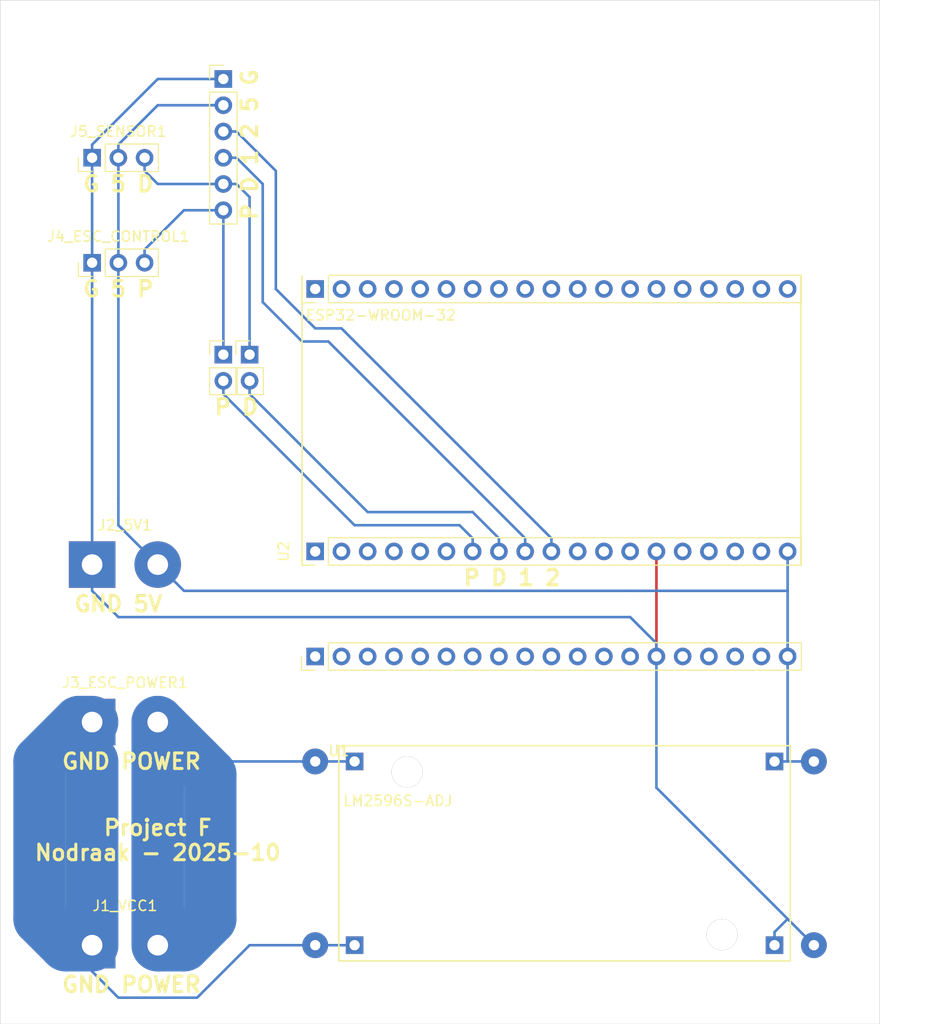
<source format=kicad_pcb>
(kicad_pcb (version 20171130) (host pcbnew 5.1.9+dfsg1-1~bpo10+1)

  (general
    (thickness 1.6)
    (drawings 13)
    (tracks 93)
    (zones 0)
    (modules 15)
    (nets 10)
  )

  (page A4)
  (layers
    (0 F.Cu signal)
    (31 B.Cu signal)
    (32 B.Adhes user)
    (33 F.Adhes user)
    (34 B.Paste user)
    (35 F.Paste user)
    (36 B.SilkS user)
    (37 F.SilkS user)
    (38 B.Mask user)
    (39 F.Mask user)
    (40 Dwgs.User user)
    (41 Cmts.User user)
    (42 Eco1.User user)
    (43 Eco2.User user)
    (44 Edge.Cuts user)
    (45 Margin user)
    (46 B.CrtYd user)
    (47 F.CrtYd user)
    (48 B.Fab user)
    (49 F.Fab user)
  )

  (setup
    (last_trace_width 0.25)
    (user_trace_width 5.08)
    (user_trace_width 7.62)
    (user_trace_width 10.16)
    (trace_clearance 0.2)
    (zone_clearance 0.508)
    (zone_45_only no)
    (trace_min 0.2)
    (via_size 0.8)
    (via_drill 0.4)
    (via_min_size 0.4)
    (via_min_drill 0.3)
    (uvia_size 0.3)
    (uvia_drill 0.1)
    (uvias_allowed no)
    (uvia_min_size 0.2)
    (uvia_min_drill 0.1)
    (edge_width 0.05)
    (segment_width 0.2)
    (pcb_text_width 0.3)
    (pcb_text_size 1.5 1.5)
    (mod_edge_width 0.12)
    (mod_text_size 1 1)
    (mod_text_width 0.15)
    (pad_size 1.7 1.7)
    (pad_drill 1)
    (pad_to_mask_clearance 0)
    (aux_axis_origin 0 0)
    (grid_origin 20.32 20.32)
    (visible_elements FFFFFF7F)
    (pcbplotparams
      (layerselection 0x010fc_ffffffff)
      (usegerberextensions false)
      (usegerberattributes true)
      (usegerberadvancedattributes true)
      (creategerberjobfile true)
      (excludeedgelayer true)
      (linewidth 2.000000)
      (plotframeref false)
      (viasonmask false)
      (mode 1)
      (useauxorigin false)
      (hpglpennumber 1)
      (hpglpenspeed 20)
      (hpglpendiameter 15.000000)
      (psnegative false)
      (psa4output false)
      (plotreference true)
      (plotvalue true)
      (plotinvisibletext false)
      (padsonsilk false)
      (subtractmaskfromsilk false)
      (outputformat 1)
      (mirror false)
      (drillshape 0)
      (scaleselection 1)
      (outputdirectory "out/"))
  )

  (net 0 "")
  (net 1 +VDC)
  (net 2 GND)
  (net 3 +5V)
  (net 4 /ESC_PWM)
  (net 5 /Sensor_signal)
  (net 6 "Net-(U1-Pad5)")
  (net 7 GNDPWR)
  (net 8 /Debug2)
  (net 9 /Debug1)

  (net_class Default "This is the default net class."
    (clearance 0.2)
    (trace_width 0.25)
    (via_dia 0.8)
    (via_drill 0.4)
    (uvia_dia 0.3)
    (uvia_drill 0.1)
    (add_net +5V)
    (add_net +VDC)
    (add_net /Debug1)
    (add_net /Debug2)
    (add_net /ESC_PWM)
    (add_net /Sensor_signal)
    (add_net GND)
    (add_net GNDPWR)
    (add_net "Net-(U1-Pad5)")
    (add_net "Net-(U2-Pad11)")
    (add_net "Net-(U2-Pad12)")
    (add_net "Net-(U2-Pad13)")
    (add_net "Net-(U2-Pad14)")
    (add_net "Net-(U2-Pad16)")
    (add_net "Net-(U2-Pad17)")
    (add_net "Net-(U2-Pad18)")
    (add_net "Net-(U2-Pad19)")
    (add_net "Net-(U2-Pad20)")
    (add_net "Net-(U2-Pad21)")
    (add_net "Net-(U2-Pad22)")
    (add_net "Net-(U2-Pad23)")
    (add_net "Net-(U2-Pad24)")
    (add_net "Net-(U2-Pad25)")
    (add_net "Net-(U2-Pad26)")
    (add_net "Net-(U2-Pad27)")
    (add_net "Net-(U2-Pad28)")
    (add_net "Net-(U2-Pad29)")
    (add_net "Net-(U2-Pad3)")
    (add_net "Net-(U2-Pad30)")
    (add_net "Net-(U2-Pad31)")
    (add_net "Net-(U2-Pad32)")
    (add_net "Net-(U2-Pad33)")
    (add_net "Net-(U2-Pad34)")
    (add_net "Net-(U2-Pad35)")
    (add_net "Net-(U2-Pad36)")
    (add_net "Net-(U2-Pad37)")
    (add_net "Net-(U2-Pad4)")
    (add_net "Net-(U2-Pad5)")
    (add_net "Net-(U2-Pad6)")
  )

  (module project-f:ESP32_DevkitC (layer F.Cu) (tedit 6910BC6B) (tstamp 6910CB26)
    (at 49.53 74.93 90)
    (path /69085F90)
    (fp_text reference U2 (at 1.27 -1.778 90) (layer F.SilkS)
      (effects (font (size 1 1) (thickness 0.15)))
    )
    (fp_text value ESP32-WROOM-32 (at 24.13 7.62) (layer F.SilkS)
      (effects (font (size 1 1) (thickness 0.15)))
    )
    (fp_text user %R (at 26.67 24.13) (layer F.Fab)
      (effects (font (size 1 1) (thickness 0.15)))
    )
    (fp_text user %R (at 1.27 24.13) (layer F.Fab)
      (effects (font (size 1 1) (thickness 0.15)))
    )
    (fp_line (start 0.635 0) (end 2.54 0) (layer F.Fab) (width 0.1))
    (fp_line (start -0.06 2.54) (end 2.6 2.54) (layer F.SilkS) (width 0.12))
    (fp_line (start 0 0.635) (end 0.635 0) (layer F.Fab) (width 0.1))
    (fp_line (start 3.07 -0.53) (end -0.53 -0.53) (layer F.CrtYd) (width 0.05))
    (fp_line (start 2.54 48.26) (end 0 48.26) (layer F.Fab) (width 0.1))
    (fp_line (start 2.54 0) (end 2.54 48.26) (layer F.Fab) (width 0.1))
    (fp_line (start -0.06 48.32) (end 2.6 48.32) (layer F.SilkS) (width 0.12))
    (fp_line (start 2.6 2.54) (end 2.6 48.32) (layer F.SilkS) (width 0.12))
    (fp_line (start 0 48.26) (end 0 0.635) (layer F.Fab) (width 0.1))
    (fp_line (start -0.06 -0.06) (end 1.27 -0.06) (layer F.SilkS) (width 0.12))
    (fp_line (start -0.06 1.27) (end -0.06 -0.06) (layer F.SilkS) (width 0.12))
    (fp_line (start -0.53 48.77) (end 3.07 48.77) (layer F.CrtYd) (width 0.05))
    (fp_line (start -0.53 -0.53) (end -0.53 48.77) (layer F.CrtYd) (width 0.05))
    (fp_line (start -0.06 2.54) (end -0.06 48.32) (layer F.SilkS) (width 0.12))
    (fp_line (start 3.07 48.77) (end 3.07 -0.53) (layer F.CrtYd) (width 0.05))
    (fp_line (start 26.035 0) (end 27.94 0) (layer F.Fab) (width 0.1))
    (fp_line (start 25.34 2.54) (end 28 2.54) (layer F.SilkS) (width 0.12))
    (fp_line (start 25.4 0.635) (end 26.035 0) (layer F.Fab) (width 0.1))
    (fp_line (start 28.47 -0.53) (end 24.87 -0.53) (layer F.CrtYd) (width 0.05))
    (fp_line (start 27.94 48.26) (end 25.4 48.26) (layer F.Fab) (width 0.1))
    (fp_line (start 27.94 0) (end 27.94 48.26) (layer F.Fab) (width 0.1))
    (fp_line (start 25.34 48.32) (end 28 48.32) (layer F.SilkS) (width 0.12))
    (fp_line (start 28 2.54) (end 28 48.32) (layer F.SilkS) (width 0.12))
    (fp_line (start 25.4 48.26) (end 25.4 0.635) (layer F.Fab) (width 0.1))
    (fp_line (start 25.34 -0.06) (end 26.67 -0.06) (layer F.SilkS) (width 0.12))
    (fp_line (start 25.34 1.27) (end 25.34 -0.06) (layer F.SilkS) (width 0.12))
    (fp_line (start 24.87 48.77) (end 28.47 48.77) (layer F.CrtYd) (width 0.05))
    (fp_line (start 24.87 -0.53) (end 24.87 48.77) (layer F.CrtYd) (width 0.05))
    (fp_line (start 25.34 2.54) (end 25.34 48.32) (layer F.SilkS) (width 0.12))
    (fp_line (start 28.47 48.77) (end 28.47 -0.53) (layer F.CrtYd) (width 0.05))
    (fp_line (start 0 0) (end 27.94 0) (layer F.SilkS) (width 0.15))
    (fp_line (start 27.94 48.26) (end 0 48.26) (layer F.SilkS) (width 0.15))
    (pad 31 thru_hole oval (at 26.67 19.05 90) (size 1.7 1.7) (drill 1) (layers *.Cu *.Mask))
    (pad 33 thru_hole oval (at 26.67 13.97 90) (size 1.7 1.7) (drill 1) (layers *.Cu *.Mask))
    (pad 32 thru_hole oval (at 26.67 16.51 90) (size 1.7 1.7) (drill 1) (layers *.Cu *.Mask))
    (pad 35 thru_hole oval (at 26.67 8.89 90) (size 1.7 1.7) (drill 1) (layers *.Cu *.Mask))
    (pad 24 thru_hole oval (at 26.67 36.83 90) (size 1.7 1.7) (drill 1) (layers *.Cu *.Mask))
    (pad 22 thru_hole oval (at 26.67 41.91 90) (size 1.7 1.7) (drill 1) (layers *.Cu *.Mask))
    (pad 28 thru_hole oval (at 26.67 26.67 90) (size 1.7 1.7) (drill 1) (layers *.Cu *.Mask))
    (pad 25 thru_hole oval (at 26.67 34.29 90) (size 1.7 1.7) (drill 1) (layers *.Cu *.Mask))
    (pad 36 thru_hole oval (at 26.67 6.35 90) (size 1.7 1.7) (drill 1) (layers *.Cu *.Mask))
    (pad 27 thru_hole oval (at 26.67 29.21 90) (size 1.7 1.7) (drill 1) (layers *.Cu *.Mask))
    (pad 29 thru_hole oval (at 26.67 24.13 90) (size 1.7 1.7) (drill 1) (layers *.Cu *.Mask))
    (pad 30 thru_hole oval (at 26.67 21.59 90) (size 1.7 1.7) (drill 1) (layers *.Cu *.Mask))
    (pad 37 thru_hole oval (at 26.67 3.81 90) (size 1.7 1.7) (drill 1) (layers *.Cu *.Mask))
    (pad 21 thru_hole oval (at 26.67 44.45 90) (size 1.7 1.7) (drill 1) (layers *.Cu *.Mask))
    (pad 20 thru_hole oval (at 26.67 46.99 90) (size 1.7 1.7) (drill 1) (layers *.Cu *.Mask))
    (pad 23 thru_hole oval (at 26.67 39.37 90) (size 1.7 1.7) (drill 1) (layers *.Cu *.Mask))
    (pad 26 thru_hole oval (at 26.67 31.75 90) (size 1.7 1.7) (drill 1) (layers *.Cu *.Mask))
    (pad 38 thru_hole rect (at 26.67 1.27 90) (size 1.7 1.7) (drill 1) (layers *.Cu *.Mask)
      (net 2 GND))
    (pad 34 thru_hole oval (at 26.67 11.43 90) (size 1.7 1.7) (drill 1) (layers *.Cu *.Mask))
    (pad 9 thru_hole oval (at 1.27 19.05 90) (size 1.7 1.7) (drill 1) (layers *.Cu *.Mask)
      (net 5 /Sensor_signal))
    (pad 6 thru_hole oval (at 1.27 13.97 90) (size 1.7 1.7) (drill 1) (layers *.Cu *.Mask))
    (pad 8 thru_hole oval (at 1.27 16.51 90) (size 1.7 1.7) (drill 1) (layers *.Cu *.Mask)
      (net 4 /ESC_PWM))
    (pad 4 thru_hole oval (at 1.27 8.89 90) (size 1.7 1.7) (drill 1) (layers *.Cu *.Mask))
    (pad 15 thru_hole oval (at 1.27 36.83 90) (size 1.7 1.7) (drill 1) (layers *.Cu *.Mask)
      (net 2 GND))
    (pad 17 thru_hole oval (at 1.27 41.91 90) (size 1.7 1.7) (drill 1) (layers *.Cu *.Mask))
    (pad 11 thru_hole oval (at 1.27 26.67 90) (size 1.7 1.7) (drill 1) (layers *.Cu *.Mask))
    (pad 1 thru_hole oval (at 1.27 34.29 90) (size 1.7 1.7) (drill 1) (layers *.Cu *.Mask)
      (net 2 GND))
    (pad 3 thru_hole oval (at 1.27 6.35 90) (size 1.7 1.7) (drill 1) (layers *.Cu *.Mask))
    (pad 12 thru_hole oval (at 1.27 29.21 90) (size 1.7 1.7) (drill 1) (layers *.Cu *.Mask))
    (pad 10 thru_hole oval (at 1.27 24.13 90) (size 1.7 1.7) (drill 1) (layers *.Cu *.Mask)
      (net 8 /Debug2))
    (pad 7 thru_hole oval (at 1.27 21.59 90) (size 1.7 1.7) (drill 1) (layers *.Cu *.Mask)
      (net 9 /Debug1))
    (pad 19 thru_hole oval (at 1.27 3.81 90) (size 1.7 1.7) (drill 1) (layers *.Cu *.Mask))
    (pad 18 thru_hole oval (at 1.27 44.45 90) (size 1.7 1.7) (drill 1) (layers *.Cu *.Mask))
    (pad 2 thru_hole oval (at 1.27 46.99 90) (size 1.7 1.7) (drill 1) (layers *.Cu *.Mask)
      (net 3 +5V))
    (pad 16 thru_hole oval (at 1.27 39.37 90) (size 1.7 1.7) (drill 1) (layers *.Cu *.Mask))
    (pad 13 thru_hole oval (at 1.27 31.75 90) (size 1.7 1.7) (drill 1) (layers *.Cu *.Mask))
    (pad 14 thru_hole rect (at 1.27 1.27 90) (size 1.7 1.7) (drill 1) (layers *.Cu *.Mask))
    (pad 5 thru_hole oval (at 1.27 11.43 90) (size 1.7 1.7) (drill 1) (layers *.Cu *.Mask))
  )

  (module project-f:AZ-LM2596S (layer F.Cu) (tedit 6910BC85) (tstamp 6910CD12)
    (at 53.086 92.456)
    (path /690579E8)
    (fp_text reference U1 (at 0 0.5) (layer F.SilkS)
      (effects (font (size 1 1) (thickness 0.15)))
    )
    (fp_text value LM2596S-ADJ (at 5.715 5.334) (layer F.SilkS)
      (effects (font (size 1 1) (thickness 0.15)))
    )
    (fp_line (start 0 20.828) (end 0 0) (layer F.SilkS) (width 0.15))
    (fp_line (start 43.688 20.828) (end 0 20.828) (layer F.SilkS) (width 0.15))
    (fp_line (start 43.688 0) (end 43.688 20.828) (layer F.SilkS) (width 0.15))
    (fp_line (start 0 0) (end 43.688 0) (layer F.SilkS) (width 0.15))
    (pad 5 thru_hole circle (at 37.084 18.288) (size 3 3) (drill 3) (layers *.Cu *.Mask)
      (net 6 "Net-(U1-Pad5)"))
    (pad 5 thru_hole circle (at 6.604 2.54) (size 3 3) (drill 3) (layers *.Cu *.Mask)
      (net 6 "Net-(U1-Pad5)"))
    (pad 2 thru_hole rect (at 42.164 19.304) (size 1.7 1.7) (drill 1) (layers *.Cu *.Mask)
      (net 2 GND))
    (pad 4 thru_hole rect (at 42.164 1.524) (size 1.7 1.7) (drill 1) (layers *.Cu *.Mask)
      (net 3 +5V))
    (pad 1 thru_hole rect (at 1.524 1.524) (size 1.7 1.7) (drill 1) (layers *.Cu *.Mask)
      (net 1 +VDC))
    (pad 3 thru_hole rect (at 1.524 19.304) (size 1.7 1.7) (drill 1) (layers *.Cu *.Mask)
      (net 7 GNDPWR))
  )

  (module Connector_PinHeader_2.54mm:PinHeader_1x02_P2.54mm_Vertical (layer F.Cu) (tedit 690128B1) (tstamp 690136C7)
    (at 44.45 54.61)
    (descr "Through hole straight pin header, 1x02, 2.54mm pitch, single row")
    (tags "Through hole pin header THT 1x02 2.54mm single row")
    (fp_text reference REF** (at 0 -2.33) (layer F.SilkS) hide
      (effects (font (size 1 1) (thickness 0.15)))
    )
    (fp_text value PinHeader_1x02_P2.54mm_Vertical (at 0 4.87) (layer F.Fab)
      (effects (font (size 1 1) (thickness 0.15)))
    )
    (fp_line (start -0.635 -1.27) (end 1.27 -1.27) (layer F.Fab) (width 0.1))
    (fp_line (start 1.27 -1.27) (end 1.27 3.81) (layer F.Fab) (width 0.1))
    (fp_line (start 1.27 3.81) (end -1.27 3.81) (layer F.Fab) (width 0.1))
    (fp_line (start -1.27 3.81) (end -1.27 -0.635) (layer F.Fab) (width 0.1))
    (fp_line (start -1.27 -0.635) (end -0.635 -1.27) (layer F.Fab) (width 0.1))
    (fp_line (start -1.33 3.87) (end 1.33 3.87) (layer F.SilkS) (width 0.12))
    (fp_line (start -1.33 1.27) (end -1.33 3.87) (layer F.SilkS) (width 0.12))
    (fp_line (start 1.33 1.27) (end 1.33 3.87) (layer F.SilkS) (width 0.12))
    (fp_line (start -1.33 1.27) (end 1.33 1.27) (layer F.SilkS) (width 0.12))
    (fp_line (start -1.33 0) (end -1.33 -1.33) (layer F.SilkS) (width 0.12))
    (fp_line (start -1.33 -1.33) (end 0 -1.33) (layer F.SilkS) (width 0.12))
    (fp_line (start -1.8 -1.8) (end -1.8 4.35) (layer F.CrtYd) (width 0.05))
    (fp_line (start -1.8 4.35) (end 1.8 4.35) (layer F.CrtYd) (width 0.05))
    (fp_line (start 1.8 4.35) (end 1.8 -1.8) (layer F.CrtYd) (width 0.05))
    (fp_line (start 1.8 -1.8) (end -1.8 -1.8) (layer F.CrtYd) (width 0.05))
    (fp_text user %R (at 0 1.27 90) (layer F.Fab)
      (effects (font (size 1 1) (thickness 0.15)))
    )
    (pad 1 thru_hole rect (at 0 0) (size 1.7 1.7) (drill 1) (layers *.Cu *.Mask)
      (net 5 /Sensor_signal))
    (pad 2 thru_hole oval (at 0 2.54) (size 1.7 1.7) (drill 1) (layers *.Cu *.Mask)
      (net 5 /Sensor_signal))
    (model ${KISYS3DMOD}/Connector_PinHeader_2.54mm.3dshapes/PinHeader_1x02_P2.54mm_Vertical.wrl
      (at (xyz 0 0 0))
      (scale (xyz 1 1 1))
      (rotate (xyz 0 0 0))
    )
  )

  (module Connector_PinHeader_2.54mm:PinHeader_1x02_P2.54mm_Vertical (layer F.Cu) (tedit 690128AD) (tstamp 690136C0)
    (at 41.91 54.61)
    (descr "Through hole straight pin header, 1x02, 2.54mm pitch, single row")
    (tags "Through hole pin header THT 1x02 2.54mm single row")
    (fp_text reference REF** (at 0 -2.33) (layer F.SilkS) hide
      (effects (font (size 1 1) (thickness 0.15)))
    )
    (fp_text value PinHeader_1x02_P2.54mm_Vertical (at 0 4.87) (layer F.Fab)
      (effects (font (size 1 1) (thickness 0.15)))
    )
    (fp_line (start 1.8 -1.8) (end -1.8 -1.8) (layer F.CrtYd) (width 0.05))
    (fp_line (start 1.8 4.35) (end 1.8 -1.8) (layer F.CrtYd) (width 0.05))
    (fp_line (start -1.8 4.35) (end 1.8 4.35) (layer F.CrtYd) (width 0.05))
    (fp_line (start -1.8 -1.8) (end -1.8 4.35) (layer F.CrtYd) (width 0.05))
    (fp_line (start -1.33 -1.33) (end 0 -1.33) (layer F.SilkS) (width 0.12))
    (fp_line (start -1.33 0) (end -1.33 -1.33) (layer F.SilkS) (width 0.12))
    (fp_line (start -1.33 1.27) (end 1.33 1.27) (layer F.SilkS) (width 0.12))
    (fp_line (start 1.33 1.27) (end 1.33 3.87) (layer F.SilkS) (width 0.12))
    (fp_line (start -1.33 1.27) (end -1.33 3.87) (layer F.SilkS) (width 0.12))
    (fp_line (start -1.33 3.87) (end 1.33 3.87) (layer F.SilkS) (width 0.12))
    (fp_line (start -1.27 -0.635) (end -0.635 -1.27) (layer F.Fab) (width 0.1))
    (fp_line (start -1.27 3.81) (end -1.27 -0.635) (layer F.Fab) (width 0.1))
    (fp_line (start 1.27 3.81) (end -1.27 3.81) (layer F.Fab) (width 0.1))
    (fp_line (start 1.27 -1.27) (end 1.27 3.81) (layer F.Fab) (width 0.1))
    (fp_line (start -0.635 -1.27) (end 1.27 -1.27) (layer F.Fab) (width 0.1))
    (fp_text user %R (at 0 1.27 90) (layer F.Fab)
      (effects (font (size 1 1) (thickness 0.15)))
    )
    (pad 2 thru_hole oval (at 0 2.54) (size 1.7 1.7) (drill 1) (layers *.Cu *.Mask)
      (net 4 /ESC_PWM))
    (pad 1 thru_hole rect (at 0 0) (size 1.7 1.7) (drill 1) (layers *.Cu *.Mask)
      (net 4 /ESC_PWM))
    (model ${KISYS3DMOD}/Connector_PinHeader_2.54mm.3dshapes/PinHeader_1x02_P2.54mm_Vertical.wrl
      (at (xyz 0 0 0))
      (scale (xyz 1 1 1))
      (rotate (xyz 0 0 0))
    )
  )

  (module Connector_PinHeader_2.54mm:PinHeader_1x06_P2.54mm_Vertical (layer F.Cu) (tedit 69012962) (tstamp 69012E5C)
    (at 41.91 27.94)
    (descr "Through hole straight pin header, 1x06, 2.54mm pitch, single row")
    (tags "Through hole pin header THT 1x06 2.54mm single row")
    (fp_text reference REF** (at 0 -2.33) (layer F.SilkS) hide
      (effects (font (size 1 1) (thickness 0.15)))
    )
    (fp_text value PinHeader_1x06_P2.54mm_Vertical (at 0 15.03) (layer F.Fab)
      (effects (font (size 1 1) (thickness 0.15)))
    )
    (fp_line (start 1.8 -1.8) (end -1.8 -1.8) (layer F.CrtYd) (width 0.05))
    (fp_line (start 1.8 14.5) (end 1.8 -1.8) (layer F.CrtYd) (width 0.05))
    (fp_line (start -1.8 14.5) (end 1.8 14.5) (layer F.CrtYd) (width 0.05))
    (fp_line (start -1.8 -1.8) (end -1.8 14.5) (layer F.CrtYd) (width 0.05))
    (fp_line (start -1.33 -1.33) (end 0 -1.33) (layer F.SilkS) (width 0.12))
    (fp_line (start -1.33 0) (end -1.33 -1.33) (layer F.SilkS) (width 0.12))
    (fp_line (start -1.33 1.27) (end 1.33 1.27) (layer F.SilkS) (width 0.12))
    (fp_line (start 1.33 1.27) (end 1.33 14.03) (layer F.SilkS) (width 0.12))
    (fp_line (start -1.33 1.27) (end -1.33 14.03) (layer F.SilkS) (width 0.12))
    (fp_line (start -1.33 14.03) (end 1.33 14.03) (layer F.SilkS) (width 0.12))
    (fp_line (start -1.27 -0.635) (end -0.635 -1.27) (layer F.Fab) (width 0.1))
    (fp_line (start -1.27 13.97) (end -1.27 -0.635) (layer F.Fab) (width 0.1))
    (fp_line (start 1.27 13.97) (end -1.27 13.97) (layer F.Fab) (width 0.1))
    (fp_line (start 1.27 -1.27) (end 1.27 13.97) (layer F.Fab) (width 0.1))
    (fp_line (start -0.635 -1.27) (end 1.27 -1.27) (layer F.Fab) (width 0.1))
    (fp_text user %R (at 0 6.35 90) (layer F.Fab)
      (effects (font (size 1 1) (thickness 0.15)))
    )
    (pad 6 thru_hole oval (at 0 12.7) (size 1.7 1.7) (drill 1) (layers *.Cu *.Mask)
      (net 4 /ESC_PWM))
    (pad 5 thru_hole oval (at 0 10.16) (size 1.7 1.7) (drill 1) (layers *.Cu *.Mask)
      (net 5 /Sensor_signal))
    (pad 4 thru_hole oval (at 0 7.62) (size 1.7 1.7) (drill 1) (layers *.Cu *.Mask)
      (net 9 /Debug1))
    (pad 3 thru_hole oval (at 0 5.08) (size 1.7 1.7) (drill 1) (layers *.Cu *.Mask)
      (net 8 /Debug2))
    (pad 2 thru_hole oval (at 0 2.54) (size 1.7 1.7) (drill 1) (layers *.Cu *.Mask)
      (net 3 +5V))
    (pad 1 thru_hole rect (at 0 0) (size 1.7 1.7) (drill 1) (layers *.Cu *.Mask)
      (net 2 GND))
    (model ${KISYS3DMOD}/Connector_PinHeader_2.54mm.3dshapes/PinHeader_1x06_P2.54mm_Vertical.wrl
      (at (xyz 0 0 0))
      (scale (xyz 1 1 1))
      (rotate (xyz 0 0 0))
    )
  )

  (module Connector_Wire:SolderWirePad_1x01_Drill1mm (layer F.Cu) (tedit 690122EC) (tstamp 690127AD)
    (at 99.06 93.98)
    (descr "Wire solder connection")
    (tags connector)
    (attr virtual)
    (fp_text reference REF** (at 0 -3.81) (layer F.SilkS) hide
      (effects (font (size 1 1) (thickness 0.15)))
    )
    (fp_text value SolderWirePad_1x01_Drill1mm (at 0 3.175) (layer F.Fab)
      (effects (font (size 1 1) (thickness 0.15)))
    )
    (fp_line (start 1.75 1.75) (end -1.75 1.75) (layer F.CrtYd) (width 0.05))
    (fp_line (start 1.75 1.75) (end 1.75 -1.75) (layer F.CrtYd) (width 0.05))
    (fp_line (start -1.75 -1.75) (end -1.75 1.75) (layer F.CrtYd) (width 0.05))
    (fp_line (start -1.75 -1.75) (end 1.75 -1.75) (layer F.CrtYd) (width 0.05))
    (fp_text user %R (at 0 0) (layer F.Fab)
      (effects (font (size 1 1) (thickness 0.15)))
    )
    (pad 1 thru_hole circle (at 0 0) (size 2.49936 2.49936) (drill 1.00076) (layers *.Cu *.Mask)
      (net 3 +5V))
  )

  (module Connector_Wire:SolderWirePad_1x01_Drill1mm (layer F.Cu) (tedit 6901230D) (tstamp 6901279B)
    (at 99.06 111.76)
    (descr "Wire solder connection")
    (tags connector)
    (attr virtual)
    (fp_text reference REF** (at 0 -3.81) (layer F.SilkS) hide
      (effects (font (size 1 1) (thickness 0.15)))
    )
    (fp_text value SolderWirePad_1x01_Drill1mm (at 0 3.175) (layer F.Fab)
      (effects (font (size 1 1) (thickness 0.15)))
    )
    (fp_line (start -1.75 -1.75) (end 1.75 -1.75) (layer F.CrtYd) (width 0.05))
    (fp_line (start -1.75 -1.75) (end -1.75 1.75) (layer F.CrtYd) (width 0.05))
    (fp_line (start 1.75 1.75) (end 1.75 -1.75) (layer F.CrtYd) (width 0.05))
    (fp_line (start 1.75 1.75) (end -1.75 1.75) (layer F.CrtYd) (width 0.05))
    (fp_text user %R (at 0 0) (layer F.Fab)
      (effects (font (size 1 1) (thickness 0.15)))
    )
    (pad 1 thru_hole circle (at 0 0) (size 2.49936 2.49936) (drill 1.00076) (layers *.Cu *.Mask)
      (net 2 GND))
  )

  (module Connector_Wire:SolderWirePad_1x01_Drill1mm (layer F.Cu) (tedit 690123A9) (tstamp 69012799)
    (at 50.8 111.76)
    (descr "Wire solder connection")
    (tags connector)
    (attr virtual)
    (fp_text reference REF** (at 0 -3.81) (layer F.SilkS) hide
      (effects (font (size 1 1) (thickness 0.15)))
    )
    (fp_text value SolderWirePad_1x01_Drill1mm (at 0 3.175) (layer F.Fab)
      (effects (font (size 1 1) (thickness 0.15)))
    )
    (fp_line (start 1.75 1.75) (end -1.75 1.75) (layer F.CrtYd) (width 0.05))
    (fp_line (start 1.75 1.75) (end 1.75 -1.75) (layer F.CrtYd) (width 0.05))
    (fp_line (start -1.75 -1.75) (end -1.75 1.75) (layer F.CrtYd) (width 0.05))
    (fp_line (start -1.75 -1.75) (end 1.75 -1.75) (layer F.CrtYd) (width 0.05))
    (fp_text user %R (at 0 0) (layer F.Fab)
      (effects (font (size 1 1) (thickness 0.15)))
    )
    (pad 1 thru_hole circle (at 0 0) (size 2.49936 2.49936) (drill 1.00076) (layers *.Cu *.Mask)
      (net 7 GNDPWR))
  )

  (module Connector_Wire:SolderWirePad_1x01_Drill1mm (layer F.Cu) (tedit 6901238D) (tstamp 69012774)
    (at 50.8 93.98)
    (descr "Wire solder connection")
    (tags connector)
    (attr virtual)
    (fp_text reference REF** (at 0 -3.81) (layer F.SilkS) hide
      (effects (font (size 1 1) (thickness 0.15)))
    )
    (fp_text value SolderWirePad_1x01_Drill1mm (at 0 -2.54) (layer F.Fab)
      (effects (font (size 1 1) (thickness 0.15)))
    )
    (fp_line (start 1.75 1.75) (end -1.75 1.75) (layer F.CrtYd) (width 0.05))
    (fp_line (start 1.75 1.75) (end 1.75 -1.75) (layer F.CrtYd) (width 0.05))
    (fp_line (start -1.75 -1.75) (end -1.75 1.75) (layer F.CrtYd) (width 0.05))
    (fp_line (start -1.75 -1.75) (end 1.75 -1.75) (layer F.CrtYd) (width 0.05))
    (fp_text user %R (at 0 0) (layer F.Fab)
      (effects (font (size 1 1) (thickness 0.15)))
    )
    (pad 1 thru_hole circle (at 0 0) (size 2.49936 2.49936) (drill 1.00076) (layers *.Cu *.Mask)
      (net 1 +VDC))
  )

  (module Connector_PinHeader_2.54mm:PinHeader_1x19_P2.54mm_Vertical (layer F.Cu) (tedit 68FFED39) (tstamp 6900850D)
    (at 50.8 83.82 90)
    (descr "Through hole straight pin header, 1x19, 2.54mm pitch, single row")
    (tags "Through hole pin header THT 1x19 2.54mm single row")
    (fp_text reference REF** (at 0 -2.33 90) (layer F.SilkS) hide
      (effects (font (size 1 1) (thickness 0.15)))
    )
    (fp_text value PinHeader_1x19_P2.54mm_Vertical (at 0 48.05 90) (layer F.Fab)
      (effects (font (size 1 1) (thickness 0.15)))
    )
    (fp_line (start 1.8 -1.8) (end -1.8 -1.8) (layer F.CrtYd) (width 0.05))
    (fp_line (start 1.8 47.5) (end 1.8 -1.8) (layer F.CrtYd) (width 0.05))
    (fp_line (start -1.8 47.5) (end 1.8 47.5) (layer F.CrtYd) (width 0.05))
    (fp_line (start -1.8 -1.8) (end -1.8 47.5) (layer F.CrtYd) (width 0.05))
    (fp_line (start -1.33 -1.33) (end 0 -1.33) (layer F.SilkS) (width 0.12))
    (fp_line (start -1.33 0) (end -1.33 -1.33) (layer F.SilkS) (width 0.12))
    (fp_line (start -1.33 1.27) (end 1.33 1.27) (layer F.SilkS) (width 0.12))
    (fp_line (start 1.33 1.27) (end 1.33 47.05) (layer F.SilkS) (width 0.12))
    (fp_line (start -1.33 1.27) (end -1.33 47.05) (layer F.SilkS) (width 0.12))
    (fp_line (start -1.33 47.05) (end 1.33 47.05) (layer F.SilkS) (width 0.12))
    (fp_line (start -1.27 -0.635) (end -0.635 -1.27) (layer F.Fab) (width 0.1))
    (fp_line (start -1.27 46.99) (end -1.27 -0.635) (layer F.Fab) (width 0.1))
    (fp_line (start 1.27 46.99) (end -1.27 46.99) (layer F.Fab) (width 0.1))
    (fp_line (start 1.27 -1.27) (end 1.27 46.99) (layer F.Fab) (width 0.1))
    (fp_line (start -0.635 -1.27) (end 1.27 -1.27) (layer F.Fab) (width 0.1))
    (fp_text user %R (at 0 22.86) (layer F.Fab)
      (effects (font (size 1 1) (thickness 0.15)))
    )
    (pad 19 thru_hole oval (at 0 45.72 90) (size 1.7 1.7) (drill 1) (layers *.Cu *.Mask)
      (net 3 +5V))
    (pad 18 thru_hole oval (at 0 43.18 90) (size 1.7 1.7) (drill 1) (layers *.Cu *.Mask))
    (pad 17 thru_hole oval (at 0 40.64 90) (size 1.7 1.7) (drill 1) (layers *.Cu *.Mask))
    (pad 16 thru_hole oval (at 0 38.1 90) (size 1.7 1.7) (drill 1) (layers *.Cu *.Mask))
    (pad 15 thru_hole oval (at 0 35.56 90) (size 1.7 1.7) (drill 1) (layers *.Cu *.Mask))
    (pad 14 thru_hole oval (at 0 33.02 90) (size 1.7 1.7) (drill 1) (layers *.Cu *.Mask)
      (net 2 GND))
    (pad 13 thru_hole oval (at 0 30.48 90) (size 1.7 1.7) (drill 1) (layers *.Cu *.Mask))
    (pad 12 thru_hole oval (at 0 27.94 90) (size 1.7 1.7) (drill 1) (layers *.Cu *.Mask))
    (pad 11 thru_hole oval (at 0 25.4 90) (size 1.7 1.7) (drill 1) (layers *.Cu *.Mask))
    (pad 10 thru_hole oval (at 0 22.86 90) (size 1.7 1.7) (drill 1) (layers *.Cu *.Mask))
    (pad 9 thru_hole oval (at 0 20.32 90) (size 1.7 1.7) (drill 1) (layers *.Cu *.Mask))
    (pad 8 thru_hole oval (at 0 17.78 90) (size 1.7 1.7) (drill 1) (layers *.Cu *.Mask))
    (pad 7 thru_hole oval (at 0 15.24 90) (size 1.7 1.7) (drill 1) (layers *.Cu *.Mask))
    (pad 6 thru_hole oval (at 0 12.7 90) (size 1.7 1.7) (drill 1) (layers *.Cu *.Mask))
    (pad 5 thru_hole oval (at 0 10.16 90) (size 1.7 1.7) (drill 1) (layers *.Cu *.Mask))
    (pad 4 thru_hole oval (at 0 7.62 90) (size 1.7 1.7) (drill 1) (layers *.Cu *.Mask))
    (pad 3 thru_hole oval (at 0 5.08 90) (size 1.7 1.7) (drill 1) (layers *.Cu *.Mask))
    (pad 2 thru_hole oval (at 0 2.54 90) (size 1.7 1.7) (drill 1) (layers *.Cu *.Mask))
    (pad 1 thru_hole rect (at 0 0 90) (size 1.7 1.7) (drill 1) (layers *.Cu *.Mask))
    (model ${KISYS3DMOD}/Connector_PinHeader_2.54mm.3dshapes/PinHeader_1x19_P2.54mm_Vertical.wrl
      (at (xyz 0 0 0))
      (scale (xyz 1 1 1))
      (rotate (xyz 0 0 0))
    )
  )

  (module Connector_Wire:SolderWirePad_1x02_P7.62mm_Drill2mm (layer F.Cu) (tedit 5AEE5F3D) (tstamp 69003175)
    (at 29.21 111.76)
    (descr "Wire solder connection")
    (tags connector)
    (path /6900724F)
    (attr virtual)
    (fp_text reference J1_VCC1 (at 3.175 -3.81) (layer F.SilkS)
      (effects (font (size 1 1) (thickness 0.15)))
    )
    (fp_text value Conn_01x02 (at 3.175 3.81) (layer F.Fab)
      (effects (font (size 1 1) (thickness 0.15)))
    )
    (fp_line (start 9.09 2.75) (end -2.75 2.75) (layer F.CrtYd) (width 0.05))
    (fp_line (start 9.09 2.75) (end 9.09 -2.75) (layer F.CrtYd) (width 0.05))
    (fp_line (start -2.75 -2.75) (end -2.75 2.75) (layer F.CrtYd) (width 0.05))
    (fp_line (start -2.75 -2.75) (end 9.09 -2.75) (layer F.CrtYd) (width 0.05))
    (pad 2 thru_hole circle (at 6.35 0) (size 4.50088 4.50088) (drill 1.99898) (layers *.Cu *.Mask)
      (net 1 +VDC))
    (pad 1 thru_hole rect (at 0 0) (size 4.50088 4.50088) (drill 1.99898) (layers *.Cu *.Mask)
      (net 7 GNDPWR))
  )

  (module Connector_PinHeader_2.54mm:PinHeader_1x03_P2.54mm_Vertical (layer F.Cu) (tedit 68FFF255) (tstamp 6901297C)
    (at 29.21 35.56 90)
    (descr "Through hole straight pin header, 1x03, 2.54mm pitch, single row")
    (tags "Through hole pin header THT 1x03 2.54mm single row")
    (path /69008261)
    (fp_text reference J5_SENSOR1 (at 2.54 2.54 180) (layer F.SilkS)
      (effects (font (size 1 1) (thickness 0.15)))
    )
    (fp_text value Conn_01x03 (at 0 7.41 90) (layer F.Fab)
      (effects (font (size 1 1) (thickness 0.15)))
    )
    (fp_line (start 1.8 -1.8) (end -1.8 -1.8) (layer F.CrtYd) (width 0.05))
    (fp_line (start 1.8 6.85) (end 1.8 -1.8) (layer F.CrtYd) (width 0.05))
    (fp_line (start -1.8 6.85) (end 1.8 6.85) (layer F.CrtYd) (width 0.05))
    (fp_line (start -1.8 -1.8) (end -1.8 6.85) (layer F.CrtYd) (width 0.05))
    (fp_line (start -1.33 -1.33) (end 0 -1.33) (layer F.SilkS) (width 0.12))
    (fp_line (start -1.33 0) (end -1.33 -1.33) (layer F.SilkS) (width 0.12))
    (fp_line (start -1.33 1.27) (end 1.33 1.27) (layer F.SilkS) (width 0.12))
    (fp_line (start 1.33 1.27) (end 1.33 6.41) (layer F.SilkS) (width 0.12))
    (fp_line (start -1.33 1.27) (end -1.33 6.41) (layer F.SilkS) (width 0.12))
    (fp_line (start -1.33 6.41) (end 1.33 6.41) (layer F.SilkS) (width 0.12))
    (fp_line (start -1.27 -0.635) (end -0.635 -1.27) (layer F.Fab) (width 0.1))
    (fp_line (start -1.27 6.35) (end -1.27 -0.635) (layer F.Fab) (width 0.1))
    (fp_line (start 1.27 6.35) (end -1.27 6.35) (layer F.Fab) (width 0.1))
    (fp_line (start 1.27 -1.27) (end 1.27 6.35) (layer F.Fab) (width 0.1))
    (fp_line (start -0.635 -1.27) (end 1.27 -1.27) (layer F.Fab) (width 0.1))
    (fp_text user %R (at 0 2.54) (layer F.Fab)
      (effects (font (size 1 1) (thickness 0.15)))
    )
    (pad 3 thru_hole oval (at 0 5.08 90) (size 1.7 1.7) (drill 1) (layers *.Cu *.Mask)
      (net 5 /Sensor_signal))
    (pad 2 thru_hole oval (at 0 2.54 90) (size 1.7 1.7) (drill 1) (layers *.Cu *.Mask)
      (net 3 +5V))
    (pad 1 thru_hole rect (at 0 0 90) (size 1.7 1.7) (drill 1) (layers *.Cu *.Mask)
      (net 2 GND))
    (model ${KISYS3DMOD}/Connector_PinHeader_2.54mm.3dshapes/PinHeader_1x03_P2.54mm_Vertical.wrl
      (at (xyz 0 0 0))
      (scale (xyz 1 1 1))
      (rotate (xyz 0 0 0))
    )
  )

  (module Connector_PinHeader_2.54mm:PinHeader_1x03_P2.54mm_Vertical (layer F.Cu) (tedit 59FED5CC) (tstamp 690031A2)
    (at 29.21 45.72 90)
    (descr "Through hole straight pin header, 1x03, 2.54mm pitch, single row")
    (tags "Through hole pin header THT 1x03 2.54mm single row")
    (path /690085A8)
    (fp_text reference J4_ESC_CONTROL1 (at 2.54 2.54 180) (layer F.SilkS)
      (effects (font (size 1 1) (thickness 0.15)))
    )
    (fp_text value Conn_01x03 (at 0 7.41 90) (layer F.Fab)
      (effects (font (size 1 1) (thickness 0.15)))
    )
    (fp_line (start 1.8 -1.8) (end -1.8 -1.8) (layer F.CrtYd) (width 0.05))
    (fp_line (start 1.8 6.85) (end 1.8 -1.8) (layer F.CrtYd) (width 0.05))
    (fp_line (start -1.8 6.85) (end 1.8 6.85) (layer F.CrtYd) (width 0.05))
    (fp_line (start -1.8 -1.8) (end -1.8 6.85) (layer F.CrtYd) (width 0.05))
    (fp_line (start -1.33 -1.33) (end 0 -1.33) (layer F.SilkS) (width 0.12))
    (fp_line (start -1.33 0) (end -1.33 -1.33) (layer F.SilkS) (width 0.12))
    (fp_line (start -1.33 1.27) (end 1.33 1.27) (layer F.SilkS) (width 0.12))
    (fp_line (start 1.33 1.27) (end 1.33 6.41) (layer F.SilkS) (width 0.12))
    (fp_line (start -1.33 1.27) (end -1.33 6.41) (layer F.SilkS) (width 0.12))
    (fp_line (start -1.33 6.41) (end 1.33 6.41) (layer F.SilkS) (width 0.12))
    (fp_line (start -1.27 -0.635) (end -0.635 -1.27) (layer F.Fab) (width 0.1))
    (fp_line (start -1.27 6.35) (end -1.27 -0.635) (layer F.Fab) (width 0.1))
    (fp_line (start 1.27 6.35) (end -1.27 6.35) (layer F.Fab) (width 0.1))
    (fp_line (start 1.27 -1.27) (end 1.27 6.35) (layer F.Fab) (width 0.1))
    (fp_line (start -0.635 -1.27) (end 1.27 -1.27) (layer F.Fab) (width 0.1))
    (fp_text user %R (at 0 2.54) (layer F.Fab)
      (effects (font (size 1 1) (thickness 0.15)))
    )
    (pad 3 thru_hole oval (at 0 5.08 90) (size 1.7 1.7) (drill 1) (layers *.Cu *.Mask)
      (net 4 /ESC_PWM))
    (pad 2 thru_hole oval (at 0 2.54 90) (size 1.7 1.7) (drill 1) (layers *.Cu *.Mask)
      (net 3 +5V))
    (pad 1 thru_hole rect (at 0 0 90) (size 1.7 1.7) (drill 1) (layers *.Cu *.Mask)
      (net 2 GND))
    (model ${KISYS3DMOD}/Connector_PinHeader_2.54mm.3dshapes/PinHeader_1x03_P2.54mm_Vertical.wrl
      (at (xyz 0 0 0))
      (scale (xyz 1 1 1))
      (rotate (xyz 0 0 0))
    )
  )

  (module Connector_Wire:SolderWirePad_1x02_P7.62mm_Drill2mm (layer F.Cu) (tedit 5AEE5F3D) (tstamp 6900A24F)
    (at 29.21 90.17)
    (descr "Wire solder connection")
    (tags connector)
    (path /690083BC)
    (attr virtual)
    (fp_text reference J3_ESC_POWER1 (at 3.175 -3.81) (layer F.SilkS)
      (effects (font (size 1 1) (thickness 0.15)))
    )
    (fp_text value Conn_01x02 (at 3.175 3.81) (layer F.Fab)
      (effects (font (size 1 1) (thickness 0.15)))
    )
    (fp_line (start 9.09 2.75) (end -2.75 2.75) (layer F.CrtYd) (width 0.05))
    (fp_line (start 9.09 2.75) (end 9.09 -2.75) (layer F.CrtYd) (width 0.05))
    (fp_line (start -2.75 -2.75) (end -2.75 2.75) (layer F.CrtYd) (width 0.05))
    (fp_line (start -2.75 -2.75) (end 9.09 -2.75) (layer F.CrtYd) (width 0.05))
    (fp_text user %R (at 3.175 0) (layer F.Fab)
      (effects (font (size 1 1) (thickness 0.15)))
    )
    (pad 2 thru_hole circle (at 6.35 0) (size 4.50088 4.50088) (drill 1.99898) (layers *.Cu *.Mask)
      (net 1 +VDC))
    (pad 1 thru_hole rect (at 0 0) (size 4.50088 4.50088) (drill 1.99898) (layers *.Cu *.Mask)
      (net 7 GNDPWR))
  )

  (module Connector_Wire:SolderWirePad_1x02_P7.62mm_Drill2mm (layer F.Cu) (tedit 5AEE5F3D) (tstamp 69003180)
    (at 29.21 74.93)
    (descr "Wire solder connection")
    (tags connector)
    (path /69007E0D)
    (attr virtual)
    (fp_text reference J2_5V1 (at 3.175 -3.81) (layer F.SilkS)
      (effects (font (size 1 1) (thickness 0.15)))
    )
    (fp_text value Conn_01x02 (at 3.175 3.81) (layer F.Fab)
      (effects (font (size 1 1) (thickness 0.15)))
    )
    (fp_line (start 9.09 2.75) (end -2.75 2.75) (layer F.CrtYd) (width 0.05))
    (fp_line (start 9.09 2.75) (end 9.09 -2.75) (layer F.CrtYd) (width 0.05))
    (fp_line (start -2.75 -2.75) (end -2.75 2.75) (layer F.CrtYd) (width 0.05))
    (fp_line (start -2.75 -2.75) (end 9.09 -2.75) (layer F.CrtYd) (width 0.05))
    (fp_text user %R (at 3.175 0) (layer F.Fab)
      (effects (font (size 1 1) (thickness 0.15)))
    )
    (pad 2 thru_hole circle (at 6.35 0) (size 4.50088 4.50088) (drill 1.99898) (layers *.Cu *.Mask)
      (net 3 +5V))
    (pad 1 thru_hole rect (at 0 0) (size 4.50088 4.50088) (drill 1.99898) (layers *.Cu *.Mask)
      (net 2 GND))
  )

  (gr_line (start 105.41 20.32) (end 20.32 20.32) (layer Edge.Cuts) (width 0.05) (tstamp 690145AF))
  (gr_line (start 105.41 119.38) (end 105.41 20.32) (layer Edge.Cuts) (width 0.05))
  (gr_line (start 20.32 119.38) (end 105.41 119.38) (layer Edge.Cuts) (width 0.05))
  (gr_line (start 20.32 20.32) (end 20.32 119.38) (layer Edge.Cuts) (width 0.05))
  (gr_text "P D" (at 43.18 59.69) (layer F.SilkS)
    (effects (font (size 1.5 1.5) (thickness 0.3)))
  )
  (gr_text "P D 1 2" (at 69.85 76.2) (layer F.SilkS)
    (effects (font (size 1.5 1.5) (thickness 0.3)))
  )
  (gr_text "P D 1 2 5 G" (at 44.45 34.29 90) (layer F.SilkS)
    (effects (font (size 1.5 1.5) (thickness 0.3)))
  )
  (gr_text "GND POWER" (at 33.02 115.57) (layer F.SilkS) (tstamp 6900A769)
    (effects (font (size 1.5 1.5) (thickness 0.3)))
  )
  (gr_text "GND POWER" (at 33.02 93.98) (layer F.SilkS) (tstamp 6900A75E)
    (effects (font (size 1.5 1.5) (thickness 0.3)))
  )
  (gr_text "GND 5V" (at 31.75 78.74) (layer F.SilkS) (tstamp 6900A757)
    (effects (font (size 1.5 1.5) (thickness 0.3)))
  )
  (gr_text "G 5 P" (at 31.75 48.26) (layer F.SilkS) (tstamp 6900A755)
    (effects (font (size 1.5 1.5) (thickness 0.3)))
  )
  (gr_text "G 5 D" (at 31.75 38.1) (layer F.SilkS)
    (effects (font (size 1.5 1.5) (thickness 0.3)))
  )
  (gr_text "Project F\nNodraak - 2025-10" (at 35.56 101.6) (layer F.SilkS)
    (effects (font (size 1.5 1.5) (thickness 0.3)))
  )

  (segment (start 39.37 93.98) (end 36.83 93.98) (width 0.25) (layer B.Cu) (net 1))
  (segment (start 35.56 111.76) (end 35.56 90.17) (width 5.08) (layer B.Cu) (net 1))
  (segment (start 39.37 93.98) (end 35.56 90.17) (width 5.08) (layer B.Cu) (net 1))
  (segment (start 40.64 109.22) (end 40.64 95.25) (width 5.08) (layer B.Cu) (net 1))
  (segment (start 35.56 111.76) (end 38.1 111.76) (width 5.08) (layer B.Cu) (net 1))
  (segment (start 40.64 95.25) (end 39.37 93.98) (width 5.08) (layer B.Cu) (net 1))
  (segment (start 38.1 111.76) (end 40.64 109.22) (width 5.08) (layer B.Cu) (net 1))
  (segment (start 54.61 93.98) (end 50.8 93.98) (width 0.25) (layer B.Cu) (net 1))
  (segment (start 50.8 93.98) (end 39.37 93.98) (width 0.25) (layer B.Cu) (net 1))
  (segment (start 95.25 111.76) (end 95.25 110.49) (width 0.25) (layer B.Cu) (net 2))
  (segment (start 83.82 87.63) (end 83.82 87.63) (width 0.25) (layer B.Cu) (net 2) (tstamp 690085CA))
  (segment (start 29.21 45.72) (end 29.21 74.93) (width 0.25) (layer B.Cu) (net 2))
  (segment (start 29.21 77.47) (end 31.75 80.01) (width 0.25) (layer B.Cu) (net 2))
  (segment (start 29.21 74.93) (end 29.21 77.47) (width 0.25) (layer B.Cu) (net 2))
  (segment (start 95.25 110.49) (end 96.52 109.22) (width 0.25) (layer B.Cu) (net 2))
  (segment (start 99.06 111.76) (end 96.52 109.22) (width 0.25) (layer B.Cu) (net 2))
  (segment (start 41.91 27.94) (end 35.56 27.94) (width 0.25) (layer B.Cu) (net 2))
  (segment (start 29.21 34.29) (end 29.21 35.56) (width 0.25) (layer B.Cu) (net 2))
  (segment (start 35.56 27.94) (end 29.21 34.29) (width 0.25) (layer B.Cu) (net 2))
  (segment (start 29.21 35.56) (end 29.21 45.72) (width 0.25) (layer B.Cu) (net 2))
  (segment (start 83.82 73.66) (end 83.82 83.82) (width 0.25) (layer F.Cu) (net 2))
  (segment (start 83.82 83.82) (end 83.82 82.55) (width 0.25) (layer B.Cu) (net 2))
  (segment (start 83.82 82.55) (end 81.28 80.01) (width 0.25) (layer B.Cu) (net 2))
  (segment (start 31.75 80.01) (end 81.28 80.01) (width 0.25) (layer B.Cu) (net 2))
  (segment (start 83.82 85.09) (end 83.82 83.82) (width 0.25) (layer B.Cu) (net 2))
  (segment (start 96.52 109.22) (end 83.82 96.52) (width 0.25) (layer B.Cu) (net 2))
  (segment (start 83.82 96.52) (end 83.82 85.09) (width 0.25) (layer B.Cu) (net 2))
  (segment (start 31.75 45.72) (end 31.75 68.58) (width 0.25) (layer B.Cu) (net 3))
  (segment (start 81.28 77.47) (end 81.28 77.47) (width 0.25) (layer B.Cu) (net 3) (tstamp 69008703))
  (segment (start 41.91 30.48) (end 40.64 30.48) (width 0.25) (layer B.Cu) (net 3))
  (segment (start 95.25 93.98) (end 97.79 93.98) (width 0.25) (layer B.Cu) (net 3))
  (segment (start 97.79 93.98) (end 99.06 93.98) (width 0.25) (layer B.Cu) (net 3))
  (segment (start 96.52 92.71) (end 96.52 93.98) (width 0.25) (layer B.Cu) (net 3))
  (segment (start 31.75 34.29) (end 31.75 35.56) (width 0.25) (layer B.Cu) (net 3))
  (segment (start 41.91 30.48) (end 35.56 30.48) (width 0.25) (layer B.Cu) (net 3))
  (segment (start 35.56 30.48) (end 31.75 34.29) (width 0.25) (layer B.Cu) (net 3))
  (segment (start 31.75 45.72) (end 31.75 35.56) (width 0.25) (layer B.Cu) (net 3))
  (segment (start 35.56 74.93) (end 31.75 71.12) (width 0.25) (layer B.Cu) (net 3))
  (segment (start 31.75 71.12) (end 31.75 68.58) (width 0.25) (layer B.Cu) (net 3))
  (segment (start 96.52 77.47) (end 96.52 73.66) (width 0.25) (layer B.Cu) (net 3))
  (segment (start 35.56 74.93) (end 38.1 77.47) (width 0.25) (layer B.Cu) (net 3))
  (segment (start 38.1 77.47) (end 96.52 77.47) (width 0.25) (layer B.Cu) (net 3))
  (segment (start 96.52 77.47) (end 96.52 83.82) (width 0.25) (layer B.Cu) (net 3))
  (segment (start 96.52 92.71) (end 96.52 83.82) (width 0.25) (layer B.Cu) (net 3))
  (segment (start 34.29 45.72) (end 34.29 44.45) (width 0.25) (layer B.Cu) (net 4))
  (segment (start 34.29 44.45) (end 38.1 40.64) (width 0.25) (layer B.Cu) (net 4))
  (segment (start 38.1 40.64) (end 41.91 40.64) (width 0.25) (layer B.Cu) (net 4))
  (segment (start 41.91 40.64) (end 41.91 54.61) (width 0.25) (layer B.Cu) (net 4))
  (segment (start 41.91 58.42) (end 41.91 57.15) (width 0.25) (layer B.Cu) (net 4))
  (segment (start 54.61 71.12) (end 41.91 58.42) (width 0.25) (layer B.Cu) (net 4))
  (segment (start 64.77 71.12) (end 54.61 71.12) (width 0.25) (layer B.Cu) (net 4))
  (segment (start 66.04 73.66) (end 66.04 72.39) (width 0.25) (layer B.Cu) (net 4))
  (segment (start 66.04 72.39) (end 64.77 71.12) (width 0.25) (layer B.Cu) (net 4))
  (segment (start 34.29 35.56) (end 34.29 36.83) (width 0.25) (layer B.Cu) (net 5))
  (segment (start 35.56 38.1) (end 41.91 38.1) (width 0.25) (layer B.Cu) (net 5))
  (segment (start 34.29 36.83) (end 35.56 38.1) (width 0.25) (layer B.Cu) (net 5))
  (segment (start 43.18 38.1) (end 41.91 38.1) (width 0.25) (layer B.Cu) (net 5))
  (segment (start 44.45 39.37) (end 43.18 38.1) (width 0.25) (layer B.Cu) (net 5))
  (segment (start 44.45 39.37) (end 44.45 54.61) (width 0.25) (layer B.Cu) (net 5))
  (segment (start 66.04 69.85) (end 55.88 69.85) (width 0.25) (layer B.Cu) (net 5))
  (segment (start 68.58 73.66) (end 68.58 72.39) (width 0.25) (layer B.Cu) (net 5))
  (segment (start 44.45 58.42) (end 44.45 57.15) (width 0.25) (layer B.Cu) (net 5))
  (segment (start 55.88 69.85) (end 44.45 58.42) (width 0.25) (layer B.Cu) (net 5))
  (segment (start 68.58 72.39) (end 66.04 69.85) (width 0.25) (layer B.Cu) (net 5))
  (segment (start 29.21 111.887) (end 29.21 111.76) (width 0.25) (layer F.Cu) (net 7))
  (segment (start 34.29 116.84) (end 39.37 116.84) (width 0.25) (layer B.Cu) (net 7))
  (segment (start 39.37 116.84) (end 44.45 111.76) (width 0.25) (layer B.Cu) (net 7))
  (segment (start 29.21 111.76) (end 29.21 114.3) (width 0.25) (layer B.Cu) (net 7))
  (segment (start 31.75 116.84) (end 29.21 114.3) (width 0.25) (layer B.Cu) (net 7))
  (segment (start 31.75 116.84) (end 34.29 116.84) (width 0.25) (layer B.Cu) (net 7))
  (segment (start 26.67 111.76) (end 29.21 111.76) (width 5.08) (layer B.Cu) (net 7))
  (segment (start 24.13 109.22) (end 26.67 111.76) (width 5.08) (layer B.Cu) (net 7))
  (segment (start 24.13 93.98) (end 24.13 109.22) (width 5.08) (layer B.Cu) (net 7))
  (segment (start 29.21 90.17) (end 27.94 90.17) (width 5.08) (layer B.Cu) (net 7))
  (segment (start 27.94 90.17) (end 24.13 93.98) (width 5.08) (layer B.Cu) (net 7))
  (segment (start 29.21 111.76) (end 29.21 95.25) (width 5.08) (layer B.Cu) (net 7))
  (segment (start 29.21 93.98) (end 29.21 95.25) (width 5.08) (layer B.Cu) (net 7))
  (segment (start 54.61 111.76) (end 50.8 111.76) (width 0.25) (layer B.Cu) (net 7))
  (segment (start 50.8 111.76) (end 44.45 111.76) (width 0.25) (layer B.Cu) (net 7))
  (segment (start 41.91 33.02) (end 43.18 33.02) (width 0.25) (layer B.Cu) (net 8))
  (segment (start 46.99 36.83) (end 46.99 48.26) (width 0.25) (layer B.Cu) (net 8))
  (segment (start 43.18 33.02) (end 46.99 36.83) (width 0.25) (layer B.Cu) (net 8))
  (segment (start 50.8 52.07) (end 53.34 52.07) (width 0.25) (layer B.Cu) (net 8))
  (segment (start 46.99 48.26) (end 50.8 52.07) (width 0.25) (layer B.Cu) (net 8))
  (segment (start 53.34 52.07) (end 73.66 72.39) (width 0.25) (layer B.Cu) (net 8))
  (segment (start 73.66 73.66) (end 73.66 72.39) (width 0.25) (layer B.Cu) (net 8))
  (segment (start 41.91 35.56) (end 43.18 35.56) (width 0.25) (layer B.Cu) (net 9))
  (segment (start 43.18 35.56) (end 45.72 38.1) (width 0.25) (layer B.Cu) (net 9))
  (segment (start 49.53 53.34) (end 52.07 53.34) (width 0.25) (layer B.Cu) (net 9))
  (segment (start 45.72 38.1) (end 45.72 49.53) (width 0.25) (layer B.Cu) (net 9))
  (segment (start 45.72 49.53) (end 49.53 53.34) (width 0.25) (layer B.Cu) (net 9))
  (segment (start 52.07 53.34) (end 71.12 72.39) (width 0.25) (layer B.Cu) (net 9))
  (segment (start 71.12 73.66) (end 71.12 72.39) (width 0.25) (layer B.Cu) (net 9))

)

</source>
